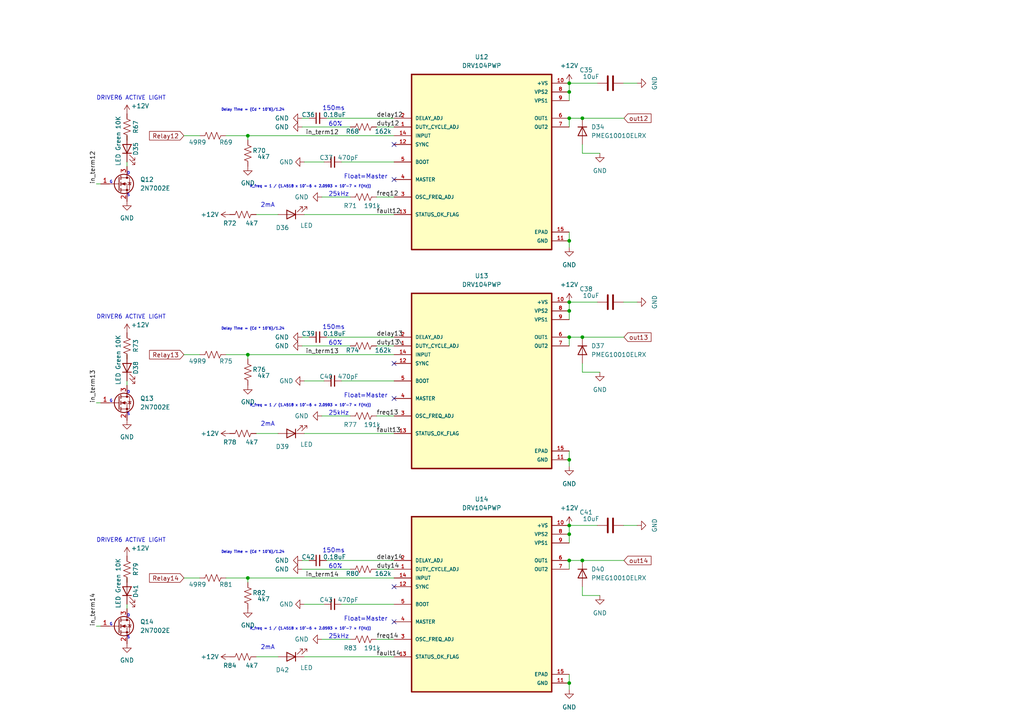
<source format=kicad_sch>
(kicad_sch (version 20231120) (generator "eeschema") (generator_version "8.0")
  (paper "A4")
  (title_block (title "16 Channel PWM Solenoid Driver - USB") (date "2024-06-12") (rev "3"))
  (lib_symbols
    (symbol "DRV104PWP:DRV104PWP" (pin_names (offset 1.016))
      (property "Reference" "U" (at -20.32 26.4 0))
      (property "Value" "DRV104PWP" (at -20.32 -29.4 0))
      (symbol "DRV104PWP_0_0"
        (rectangle (start -20.32 -25.4) (end 20.32 25.4) (stroke (width 0.41)) (fill (type background)))
        (pin input line (at -25.4 10.16 0) (length 5.08) (name "DUTY_CYCLE_ADJ") (number "1"))
        (pin power_in line (at 25.4 22.86 180) (length 5.08) (name "+VS") (number "10"))
        (pin power_in line (at 25.4 -22.86 180) (length 5.08) (name "GND") (number "11"))
        (pin input line (at -25.4 5.08 0) (length 5.08) (name "SYNC") (number "12"))
        (pin bidirectional line (at -25.4 -15.24 0) (length 5.08) (name "STATUS_OK_FLAG") (number "13"))
        (pin input line (at -25.4 7.62 0) (length 5.08) (name "INPUT") (number "14"))
        (pin power_in line (at 25.4 -20.32 180) (length 5.08) (name "EPAD") (number "15"))
        (pin input line (at -25.4 12.7 0) (length 5.08) (name "DELAY_ADJ") (number "2"))
        (pin bidirectional line (at -25.4 -10.16 0) (length 5.08) (name "OSC_FREQ_ADJ") (number "3"))
        (pin bidirectional line (at -25.4 -5.08 0) (length 5.08) (name "MASTER") (number "4"))
        (pin bidirectional line (at -25.4 0 0) (length 5.08) (name "BOOT") (number "5"))
        (pin output line (at 25.4 12.7 180) (length 5.08) (name "OUT1") (number "6"))
        (pin output line (at 25.4 10.16 180) (length 5.08) (name "OUT2") (number "7"))
        (pin power_in line (at 25.4 20.32 180) (length 5.08) (name "VPS2") (number "8"))
        (pin power_in line (at 25.4 17.78 180) (length 5.08) (name "VPS1") (number "9"))
      )
    )
    (symbol "Device:C" (pin_numbers hide) (pin_names (offset 0.254))
      (property "Reference" "C" (at 0.635 2.54 0))
      (property "Value" "C" (at 0.635 -2.54 0))
      (symbol "C_0_1"
        (polyline (pts (xy -2.032 -0.762) (xy 2.032 -0.762)) (stroke (width 0.508)))
        (polyline (pts (xy -2.032 0.762) (xy 2.032 0.762)) (stroke (width 0.508)))
      )
      (symbol "C_1_1"
        (pin passive line (at 0 3.81 270) (length 2.794) (name "~") (number "1"))
        (pin passive line (at 0 -3.81 90) (length 2.794) (name "~") (number "2"))
      )
    )
    (symbol "Device:C_Small" (pin_numbers hide) (pin_names (offset 0.254) hide)
      (property "Reference" "C" (at 0.254 1.778 0))
      (property "Value" "C_Small" (at 0.254 -2.032 0))
      (symbol "C_Small_0_1"
        (polyline (pts (xy -1.524 -0.508) (xy 1.524 -0.508)) (stroke (width 0.3302)))
        (polyline (pts (xy -1.524 0.508) (xy 1.524 0.508)) (stroke (width 0.3048)))
      )
      (symbol "C_Small_1_1"
        (pin passive line (at 0 2.54 270) (length 2.032) (name "~") (number "1"))
        (pin passive line (at 0 -2.54 90) (length 2.032) (name "~") (number "2"))
      )
    )
    (symbol "Device:D" (pin_numbers hide) (pin_names (offset 1.016) hide)
      (property "Reference" "D" (at 0 2.54 0))
      (property "Value" "D" (at 0 -2.54 0))
      (symbol "D_0_1"
        (polyline (pts (xy -1.27 1.27) (xy -1.27 -1.27)) (stroke (width 0.254)))
        (polyline (pts (xy 1.27 0) (xy -1.27 0)))
        (polyline (pts (xy 1.27 1.27) (xy 1.27 -1.27) (xy -1.27 0) (xy 1.27 1.27)) (stroke (width 0.254)))
      )
      (symbol "D_1_1"
        (pin passive line (at -3.81 0 0) (length 2.54) (name "K") (number "1"))
        (pin passive line (at 3.81 0 180) (length 2.54) (name "A") (number "2"))
      )
    )
    (symbol "Device:LED" (pin_numbers hide) (pin_names (offset 1.016) hide)
      (property "Reference" "D" (at 0 2.54 0))
      (property "Value" "LED" (at 0 -2.54 0))
      (symbol "LED_0_1"
        (polyline (pts (xy -1.27 -1.27) (xy -1.27 1.27)) (stroke (width 0.254)))
        (polyline (pts (xy -1.27 0) (xy 1.27 0)))
        (polyline (pts (xy 1.27 -1.27) (xy 1.27 1.27) (xy -1.27 0) (xy 1.27 -1.27)) (stroke (width 0.254)))
        (polyline (pts (xy -3.048 -0.762) (xy -4.572 -2.286) (xy -3.81 -2.286) (xy -4.572 -2.286) (xy -4.572 -1.524)))
        (polyline (pts (xy -1.778 -0.762) (xy -3.302 -2.286) (xy -2.54 -2.286) (xy -3.302 -2.286) (xy -3.302 -1.524)))
      )
      (symbol "LED_1_1"
        (pin passive line (at -3.81 0 0) (length 2.54) (name "K") (number "1"))
        (pin passive line (at 3.81 0 180) (length 2.54) (name "A") (number "2"))
      )
    )
    (symbol "Device:R_US" (pin_numbers hide) (pin_names (offset 0))
      (property "Reference" "R" (at 2.54 0 90))
      (property "Value" "R_US" (at -2.54 0 90))
      (symbol "R_US_0_1"
        (polyline (pts (xy 0 -2.286) (xy 0 -2.54)))
        (polyline (pts (xy 0 2.286) (xy 0 2.54)))
        (polyline (pts (xy 0 -0.762) (xy 1.016 -1.143) (xy 0 -1.524) (xy -1.016 -1.905) (xy 0 -2.286)))
        (polyline (pts (xy 0 0.762) (xy 1.016 0.381) (xy 0 0) (xy -1.016 -0.381) (xy 0 -0.762)))
        (polyline (pts (xy 0 2.286) (xy 1.016 1.905) (xy 0 1.524) (xy -1.016 1.143) (xy 0 0.762)))
      )
      (symbol "R_US_1_1"
        (pin passive line (at 0 3.81 270) (length 1.27) (name "~") (number "1"))
        (pin passive line (at 0 -3.81 90) (length 1.27) (name "~") (number "2"))
      )
    )
    (symbol "Transistor_FET:2N7002E" (pin_names hide)
      (property "Reference" "Q" (at 5.08 1.905 0))
      (property "Value" "2N7002E" (at 5.08 0 0))
      (symbol "2N7002E_0_1"
        (polyline (pts (xy 0.254 0) (xy -2.54 0)))
        (polyline (pts (xy 0.254 1.905) (xy 0.254 -1.905)) (stroke (width 0.254)))
        (polyline (pts (xy 0.762 -1.27) (xy 0.762 -2.286)) (stroke (width 0.254)))
        (polyline (pts (xy 0.762 0.508) (xy 0.762 -0.508)) (stroke (width 0.254)))
        (polyline (pts (xy 0.762 2.286) (xy 0.762 1.27)) (stroke (width 0.254)))
        (polyline (pts (xy 2.54 2.54) (xy 2.54 1.778)))
        (polyline (pts (xy 2.54 -2.54) (xy 2.54 0) (xy 0.762 0)))
        (polyline (pts (xy 0.762 -1.778) (xy 3.302 -1.778) (xy 3.302 1.778) (xy 0.762 1.778)))
        (polyline (pts (xy 1.016 0) (xy 2.032 0.381) (xy 2.032 -0.381) (xy 1.016 0)) (fill (type outline)))
        (polyline (pts (xy 2.794 0.508) (xy 2.921 0.381) (xy 3.683 0.381) (xy 3.81 0.254)))
        (polyline (pts (xy 3.302 0.381) (xy 2.921 -0.254) (xy 3.683 -0.254) (xy 3.302 0.381)))
        (circle (center 1.651 0) (radius 2.794) (stroke (width 0.254)))
        (circle (center 2.54 -1.778) (radius 0.254) (fill (type outline)))
        (circle (center 2.54 1.778) (radius 0.254) (fill (type outline)))
      )
      (symbol "2N7002E_1_1"
        (pin input line (at -5.08 0 0) (length 2.54) (name "G") (number "1"))
        (pin passive line (at 2.54 -5.08 90) (length 2.54) (name "S") (number "2"))
        (pin passive line (at 2.54 5.08 270) (length 2.54) (name "D") (number "3"))
      )
    )
    (symbol "power:+12V" (power) (pin_names (offset 0))
      (property "Value" "+12V" (at 0 3.556 0))
      (symbol "+12V_0_1"
        (polyline (pts (xy -0.762 1.27) (xy 0 2.54)))
        (polyline (pts (xy 0 0) (xy 0 2.54)))
        (polyline (pts (xy 0 2.54) (xy 0.762 1.27)))
      )
      (symbol "+12V_1_1"
        (pin power_in line (at 0 0 90) (length 0) hide (name "+12V") (number "1"))
      )
    )
    (symbol "power:GND" (power) (pin_names (offset 0))
      (property "Value" "GND" (at 0 -3.81 0))
      (symbol "GND_0_1"
        (polyline (pts (xy 0 0) (xy 0 -1.27) (xy 1.27 -1.27) (xy 0 -2.54) (xy -1.27 -1.27) (xy 0 -1.27)))
      )
      (symbol "GND_1_1"
        (pin power_in line (at 0 0 270) (length 0) hide (name "GND") (number "1"))
      )
    )
  )
  (junction (at 165.1 154.94))
  (junction (at 71.882 102.87))
  (junction (at 168.91 97.79))
  (junction (at 165.1 198.12))
  (junction (at 165.1 24.13))
  (junction (at 168.91 162.56))
  (junction (at 165.1 26.67))
  (junction (at 165.1 34.29))
  (junction (at 165.1 133.35))
  (junction (at 71.882 39.37))
  (junction (at 165.1 152.4))
  (junction (at 71.882 167.64))
  (junction (at 165.1 87.63))
  (junction (at 165.1 97.79))
  (junction (at 165.1 90.17))
  (junction (at 165.1 69.85))
  (junction (at 165.1 162.56))
  (junction (at 168.91 34.29))
  (no_connect (at 114.3 180.34))
  (no_connect (at 114.3 41.91))
  (no_connect (at 114.3 115.57))
  (no_connect (at 114.3 170.18))
  (no_connect (at 114.3 52.07))
  (no_connect (at 114.3 105.41))
  (wire (pts (xy 71.882 102.87) (xy 114.3 102.87)))
  (wire (pts (xy 71.882 102.87) (xy 71.882 104.14)))
  (wire (pts (xy 165.1 97.79) (xy 168.91 97.79)))
  (wire (pts (xy 65.532 167.64) (xy 71.882 167.64)))
  (wire (pts (xy 99.06 110.49) (xy 114.3 110.49)))
  (wire (pts (xy 173.99 107.95) (xy 168.91 107.95)))
  (wire (pts (xy 109.22 100.33) (xy 114.3 100.33)))
  (wire (pts (xy 74.295 62.23) (xy 80.645 62.23)))
  (wire (pts (xy 27.94 181.61) (xy 29.21 181.61)))
  (wire (pts (xy 180.848 152.4) (xy 184.785 152.4)))
  (wire (pts (xy 87.63 100.33) (xy 101.6 100.33)))
  (wire (pts (xy 89.662 162.56) (xy 87.63 162.56)))
  (wire (pts (xy 71.882 167.64) (xy 114.3 167.64)))
  (wire (pts (xy 165.1 162.56) (xy 165.1 165.1)))
  (wire (pts (xy 165.1 152.4) (xy 165.1 154.94)))
  (wire (pts (xy 87.63 36.83) (xy 101.6 36.83)))
  (wire (pts (xy 173.228 152.4) (xy 165.1 152.4)))
  (wire (pts (xy 109.22 165.1) (xy 114.3 165.1)))
  (wire (pts (xy 88.265 125.73) (xy 114.3 125.73)))
  (wire (pts (xy 165.1 24.13) (xy 165.1 26.67)))
  (wire (pts (xy 88.265 190.5) (xy 114.3 190.5)))
  (wire (pts (xy 71.882 167.64) (xy 71.882 168.91)))
  (wire (pts (xy 109.22 120.65) (xy 114.3 120.65)))
  (wire (pts (xy 36.83 46.99) (xy 36.83 48.26)))
  (wire (pts (xy 94.742 34.29) (xy 114.3 34.29)))
  (wire (pts (xy 93.98 46.99) (xy 88.265 46.99)))
  (wire (pts (xy 165.1 154.94) (xy 165.1 157.48)))
  (wire (pts (xy 93.345 185.42) (xy 101.6 185.42)))
  (wire (pts (xy 109.22 185.42) (xy 114.3 185.42)))
  (wire (pts (xy 168.91 34.29) (xy 180.975 34.29)))
  (wire (pts (xy 168.91 107.95) (xy 168.91 105.41)))
  (wire (pts (xy 74.295 125.73) (xy 80.645 125.73)))
  (wire (pts (xy 168.91 172.72) (xy 168.91 170.18)))
  (wire (pts (xy 165.1 162.56) (xy 168.91 162.56)))
  (wire (pts (xy 87.63 165.1) (xy 101.6 165.1)))
  (wire (pts (xy 165.1 34.29) (xy 165.1 36.83)))
  (wire (pts (xy 74.295 190.5) (xy 80.645 190.5)))
  (wire (pts (xy 165.1 133.35) (xy 165.1 135.255)))
  (wire (pts (xy 36.83 40.64) (xy 36.83 39.37)))
  (wire (pts (xy 165.1 90.17) (xy 165.1 92.71)))
  (wire (pts (xy 93.98 110.49) (xy 88.265 110.49)))
  (wire (pts (xy 165.1 69.85) (xy 165.1 71.755)))
  (wire (pts (xy 109.22 36.83) (xy 114.3 36.83)))
  (wire (pts (xy 165.1 67.31) (xy 165.1 69.85)))
  (wire (pts (xy 36.83 168.91) (xy 36.83 167.64)))
  (wire (pts (xy 168.91 97.79) (xy 180.975 97.79)))
  (wire (pts (xy 27.94 116.84) (xy 29.21 116.84)))
  (wire (pts (xy 165.1 97.79) (xy 165.1 100.33)))
  (wire (pts (xy 89.662 97.79) (xy 87.63 97.79)))
  (wire (pts (xy 165.1 195.58) (xy 165.1 198.12)))
  (wire (pts (xy 99.06 46.99) (xy 114.3 46.99)))
  (wire (pts (xy 94.742 97.79) (xy 114.3 97.79)))
  (wire (pts (xy 71.882 39.37) (xy 114.3 39.37)))
  (wire (pts (xy 71.882 39.37) (xy 71.882 40.64)))
  (wire (pts (xy 65.532 102.87) (xy 71.882 102.87)))
  (wire (pts (xy 168.91 162.56) (xy 180.975 162.56)))
  (wire (pts (xy 36.83 104.14) (xy 36.83 102.87)))
  (wire (pts (xy 65.532 39.37) (xy 71.882 39.37)))
  (wire (pts (xy 165.1 34.29) (xy 168.91 34.29)))
  (wire (pts (xy 36.83 175.26) (xy 36.83 176.53)))
  (wire (pts (xy 93.345 120.65) (xy 101.6 120.65)))
  (wire (pts (xy 89.662 34.29) (xy 87.63 34.29)))
  (wire (pts (xy 53.34 102.87) (xy 57.912 102.87)))
  (wire (pts (xy 173.228 87.63) (xy 165.1 87.63)))
  (wire (pts (xy 53.34 39.37) (xy 57.912 39.37)))
  (wire (pts (xy 168.91 44.45) (xy 168.91 41.91)))
  (wire (pts (xy 180.848 24.13) (xy 184.785 24.13)))
  (wire (pts (xy 109.22 57.15) (xy 114.3 57.15)))
  (wire (pts (xy 99.06 175.26) (xy 114.3 175.26)))
  (wire (pts (xy 36.83 110.49) (xy 36.83 111.76)))
  (wire (pts (xy 165.1 26.67) (xy 165.1 29.21)))
  (wire (pts (xy 173.99 172.72) (xy 168.91 172.72)))
  (wire (pts (xy 93.345 57.15) (xy 101.6 57.15)))
  (wire (pts (xy 173.228 24.13) (xy 165.1 24.13)))
  (wire (pts (xy 180.848 87.63) (xy 184.785 87.63)))
  (wire (pts (xy 88.265 62.23) (xy 114.3 62.23)))
  (wire (pts (xy 165.1 130.81) (xy 165.1 133.35)))
  (wire (pts (xy 165.1 87.63) (xy 165.1 90.17)))
  (wire (pts (xy 165.1 198.12) (xy 165.1 200.025)))
  (wire (pts (xy 53.34 167.64) (xy 57.912 167.64)))
  (wire (pts (xy 93.98 175.26) (xy 88.265 175.26)))
  (wire (pts (xy 27.94 53.34) (xy 29.21 53.34)))
  (wire (pts (xy 173.99 44.45) (xy 168.91 44.45)))
  (wire (pts (xy 94.742 162.56) (xy 114.3 162.56)))
  (text "G" (at 31.75 53.34 0) (effects (font (size 0.75 0.75)) (justify left bottom)))
  (text "150ms" (at 93.472 160.528 0) (effects (font (size 1.27 1.27)) (justify left bottom)))
  (text "Delay Time = (Cd * 10^6)/1.24" (at 64.135 95.885 0) (effects (font (size 0.75 0.75)) (justify left bottom)))
  (text "25kHz" (at 95.25 185.42 0) (effects (font (size 1.27 1.27)) (justify left bottom)))
  (text "D" (at 36.83 114.3 0) (effects (font (size 0.75 0.75)) (justify left bottom)))
  (text "60%" (at 95.25 100.33 0) (effects (font (size 1.27 1.27)) (justify left bottom)))
  (text "150ms" (at 93.472 32.258 0) (effects (font (size 1.27 1.27)) (justify left bottom)))
  (text "25kHz" (at 95.25 57.15 0) (effects (font (size 1.27 1.27)) (justify left bottom)))
  (text "G" (at 31.75 181.61 0) (effects (font (size 0.75 0.75)) (justify left bottom)))
  (text "D" (at 36.83 50.8 0) (effects (font (size 0.75 0.75)) (justify left bottom)))
  (text "S" (at 36.83 120.65 0) (effects (font (size 0.75 0.75)) (justify left bottom)))
  (text "150ms" (at 93.472 95.758 0) (effects (font (size 1.27 1.27)) (justify left bottom)))
  (text "60%" (at 95.25 165.1 0) (effects (font (size 1.27 1.27)) (justify left bottom)))
  (text "Float=Master" (at 99.695 180.34 0) (effects (font (size 1.27 1.27)) (justify left bottom)))
  (text "DRIVER6 ACTIVE LIGHT" (at 27.94 92.71 0) (effects (font (size 1.2 1.2)) (justify left bottom)))
  (text "60%" (at 95.25 36.83 0) (effects (font (size 1.27 1.27)) (justify left bottom)))
  (text "2mA" (at 75.565 60.325 0) (effects (font (size 1.27 1.27)) (justify left bottom)))
  (text "Float=Master" (at 99.695 52.07 0) (effects (font (size 1.27 1.27)) (justify left bottom)))
  (text "Delay Time = (Cd * 10^6)/1.24" (at 64.135 32.385 0) (effects (font (size 0.75 0.75)) (justify left bottom)))
  (text "DRIVER6 ACTIVE LIGHT" (at 27.94 157.48 0) (effects (font (size 1.2 1.2)) (justify left bottom)))
  (text "D" (at 36.83 179.07 0) (effects (font (size 0.75 0.75)) (justify left bottom)))
  (text "2mA" (at 75.565 188.595 0) (effects (font (size 1.27 1.27)) (justify left bottom)))
  (text "Float=Master" (at 99.695 115.57 0) (effects (font (size 1.27 1.27)) (justify left bottom)))
  (text "S" (at 36.83 185.42 0) (effects (font (size 0.75 0.75)) (justify left bottom)))
  (text "G" (at 31.75 116.84 0) (effects (font (size 0.75 0.75)) (justify left bottom)))
  (text "25kHz" (at 95.25 120.65 0) (effects (font (size 1.27 1.27)) (justify left bottom)))
  (text "DRIVER6 ACTIVE LIGHT" (at 27.94 29.21 0) (effects (font (size 1.2 1.2)) (justify left bottom)))
  (text "R_freq = 1 / (1.4518 x 10^−6 + 2.0593 × 10^−7 × F(Hz))" (at 72.39 118.11 0) (effects (font (size 0.75 0.75)) (justify left bottom)))
  (text "S" (at 36.83 57.15 0) (effects (font (size 0.75 0.75)) (justify left bottom)))
  (text "R_freq = 1 / (1.4518 x 10^−6 + 2.0593 × 10^−7 × F(Hz))" (at 72.39 182.88 0) (effects (font (size 0.75 0.75)) (justify left bottom)))
  (text "2mA" (at 75.565 123.825 0) (effects (font (size 1.27 1.27)) (justify left bottom)))
  (text "R_freq = 1 / (1.4518 x 10^−6 + 2.0593 × 10^−7 × F(Hz))" (at 72.39 54.61 0) (effects (font (size 0.75 0.75)) (justify left bottom)))
  (text "Delay Time = (Cd * 10^6)/1.24" (at 64.135 160.655 0) (effects (font (size 0.75 0.75)) (justify left bottom)))
  (label "fault12" (at 109.22 62.23 0))
  (label "duty12" (at 109.22 36.83 0))
  (label "in_term13" (at 88.646 102.87 0))
  (label "delay13" (at 109.22 97.79 0))
  (label "fault14" (at 109.22 190.5 0))
  (label "delay12" (at 109.22 34.29 0))
  (label "delay14" (at 109.22 162.56 0))
  (label "freq12" (at 109.22 57.15 0))
  (label "in_term14" (at 88.646 167.64 0))
  (label "duty13\\" (at 109.22 100.33 0))
  (label "in_term12" (at 88.646 39.37 0))
  (label "in_term13" (at 27.94 116.84 90))
  (label "in_term12" (at 27.94 53.34 90))
  (label "fault13" (at 109.22 125.73 0))
  (label "in_term14" (at 27.94 181.61 90))
  (label "duty14" (at 109.22 165.1 0))
  (label "freq13" (at 109.22 120.65 0))
  (label "freq14" (at 109.22 185.42 0))
  (global_label "Relay12" (shape input) (at 53.34 39.37 180) (property "Intersheetrefs" "${INTERSHEET_REFS}" (effects (hide yes))))
  (global_label "out13" (shape input) (at 180.975 97.79 0) (property "Intersheetrefs" "${INTERSHEET_REFS}" (effects (hide yes))))
  (global_label "Relay14" (shape input) (at 53.34 167.64 180) (property "Intersheetrefs" "${INTERSHEET_REFS}" (effects (hide yes))))
  (global_label "out12" (shape input) (at 180.975 34.29 0) (property "Intersheetrefs" "${INTERSHEET_REFS}" (effects (hide yes))))
  (global_label "Relay13" (shape input) (at 53.34 102.87 180) (property "Intersheetrefs" "${INTERSHEET_REFS}" (effects (hide yes))))
  (global_label "out14" (shape input) (at 180.975 162.56 0) (property "Intersheetrefs" "${INTERSHEET_REFS}" (effects (hide yes))))
  (symbol (lib_id "Device:D") (at 168.91 166.37 270) (unit 1)
    (property "Reference" "D40" (at 171.45 165.1 90) (effects (justify left)))
    (property "Value" "PMEG10010ELRX" (at 171.45 167.64 90) (effects (justify left)))
    (property "Footprint" "Diode_SMD:Nexperia_CFP3_SOD-123W" (effects (hide yes)))
    (property "Sim.Device" "D" (effects (hide yes)))
    (property "Sim.Pins" "1=K 2=A" (effects (hide yes)))
    (property "PartNum" "PMEG10010ELRX" (effects (hide yes)))
    (property "Mfg" "Nexperia" (effects (hide yes)))
  )
  (symbol (lib_id "power:GND") (at 87.63 162.56 270) (unit 1)
    (property "Reference" "#PWR0163" (effects (hide yes)))
    (property "Value" "GND" (at 83.82 162.56 90) (effects (justify right)))
  )
  (symbol (lib_id "Device:R_US") (at 105.41 120.65 90) (unit 1)
    (property "Reference" "R77" (at 101.6 123.19 90))
    (property "Value" "191k" (at 107.95 123.19 90))
    (property "Footprint" "Resistor_SMD:R_1206_3216Metric" (effects (hide yes)))
    (property "PartNum" "RC0805FR-07191KL" (effects (hide yes)))
    (property "Mfg" "Yageo" (effects (hide yes)))
  )
  (symbol (lib_id "power:GND") (at 87.63 97.79 270) (unit 1)
    (property "Reference" "#PWR0151" (effects (hide yes)))
    (property "Value" "GND" (at 83.82 97.79 90) (effects (justify right)))
  )
  (symbol (lib_id "Device:C") (at 177.038 87.63 90) (unit 1)
    (property "Reference" "C38" (at 171.958 83.82 90) (effects (justify left)))
    (property "Value" "10uF" (at 173.863 85.725 90) (effects (justify left)))
    (property "Footprint" "Capacitor_SMD:C_1210_3225Metric" (effects (hide yes)))
    (property "PartNum" "CL32A106KLULNNE" (effects (hide yes)))
    (property "Mfg" "Samsung Electro-Mechanics" (effects (hide yes)))
  )
  (symbol (lib_id "Device:R_US") (at 70.485 125.73 90) (unit 1)
    (property "Reference" "R78" (at 66.675 128.27 90))
    (property "Value" "4k7" (at 73.025 128.27 90))
    (property "Footprint" "Resistor_SMD:R_1206_3216Metric" (effects (hide yes)))
    (property "PartNum" "RC0805JR-074K7L" (effects (hide yes)))
    (property "Mfg" "Yageo" (effects (hide yes)))
  )
  (symbol (lib_id "power:GND") (at 87.63 36.83 270) (unit 1)
    (property "Reference" "#PWR0140" (effects (hide yes)))
    (property "Value" "GND" (at 83.82 36.83 90) (effects (justify right)))
  )
  (symbol (lib_id "power:GND") (at 71.882 111.76 0) (unit 1)
    (property "Reference" "#PWR0155" (effects (hide yes)))
    (property "Value" "GND" (at 71.882 116.586 0))
  )
  (symbol (lib_id "Device:R_US") (at 71.882 107.95 180) (unit 1)
    (property "Reference" "R76" (at 75.184 107.188 0))
    (property "Value" "4k7" (at 76.454 108.966 0))
    (property "Footprint" "Resistor_SMD:R_1206_3216Metric" (effects (hide yes)))
    (property "PartNum" "RC0805JR-074K7L" (effects (hide yes)))
    (property "Mfg" "Yageo" (effects (hide yes)))
  )
  (symbol (lib_id "power:GND") (at 36.83 121.92 0) (unit 1)
    (property "Reference" "#PWR0157" (effects (hide yes)))
    (property "Value" "GND" (at 36.83 126.746 0))
  )
  (symbol (lib_id "Transistor_FET:2N7002E") (at 34.29 181.61 0) (unit 1)
    (property "Reference" "Q14" (at 40.64 180.3399 0) (effects (justify left)))
    (property "Value" "2N7002E" (at 40.64 182.8799 0) (effects (justify left)))
    (property "Footprint" "Package_TO_SOT_SMD:SOT-23" (effects (hide yes)))
    (property "Datasheet" "http://www.diodes.com/assets/Datasheets/ds30376.pdf" (effects (hide yes)))
  )
  (symbol (lib_id "power:GND") (at 165.1 200.025 0) (unit 1)
    (property "Reference" "#PWR0171" (effects (hide yes)))
    (property "Value" "GND" (at 165.1 205.105 0))
  )
  (symbol (lib_id "power:+12V") (at 165.1 87.63 0) (unit 1)
    (property "Reference" "#PWR0148" (effects (hide yes)))
    (property "Value" "+12V" (at 165.1 82.55 0))
  )
  (symbol (lib_id "Device:R_US") (at 71.882 172.72 180) (unit 1)
    (property "Reference" "R82" (at 75.184 171.958 0))
    (property "Value" "4k7" (at 76.454 173.736 0))
    (property "Footprint" "Resistor_SMD:R_1206_3216Metric" (effects (hide yes)))
    (property "PartNum" "RC0805JR-074K7L" (effects (hide yes)))
    (property "Mfg" "Yageo" (effects (hide yes)))
  )
  (symbol (lib_id "Device:R_US") (at 105.41 36.83 90) (unit 1)
    (property "Reference" "R68" (at 102.235 38.1 90))
    (property "Value" "162k" (at 111.125 38.1 90))
    (property "Footprint" "Resistor_SMD:R_1206_3216Metric" (effects (hide yes)))
    (property "PartNum" "RC0805FR-07162KL" (effects (hide yes)))
    (property "Mfg" "Yageo" (effects (hide yes)))
  )
  (symbol (lib_id "Transistor_FET:2N7002E") (at 34.29 53.34 0) (unit 1)
    (property "Reference" "Q12" (at 40.64 52.0699 0) (effects (justify left)))
    (property "Value" "2N7002E" (at 40.64 54.6099 0) (effects (justify left)))
    (property "Footprint" "Package_TO_SOT_SMD:SOT-23" (effects (hide yes)))
    (property "Datasheet" "http://www.diodes.com/assets/Datasheets/ds30376.pdf" (effects (hide yes)))
  )
  (symbol (lib_id "Device:C_Small") (at 92.202 97.79 90) (unit 1)
    (property "Reference" "C39" (at 89.408 96.774 90))
    (property "Value" "0.18uF" (at 97.028 96.774 90))
    (property "Footprint" "Capacitor_SMD:C_1206_3216Metric" (effects (hide yes)))
    (property "PartNum" "08053C184KAT2A" (effects (hide yes)))
    (property "Mfg" "KYOCERA AVX" (effects (hide yes)))
  )
  (symbol (lib_id "Device:LED") (at 36.83 43.18 90) (unit 1)
    (property "Reference" "D35" (at 39.37 43.18 0))
    (property "Value" "LED Green" (at 34.29 43.18 0))
    (property "Footprint" "LED_SMD:LED_0805_2012Metric" (effects (hide yes)))
    (property "PartNum" "150080RS75000" (effects (hide yes)))
    (property "Mfg" "Wurth" (effects (hide yes)))
  )
  (symbol (lib_id "power:GND") (at 93.345 57.15 270) (unit 1)
    (property "Reference" "#PWR0144" (effects (hide yes)))
    (property "Value" "GND" (at 89.535 57.15 90) (effects (justify right)))
  )
  (symbol (lib_id "Device:LED") (at 36.83 106.68 90) (unit 1)
    (property "Reference" "D38" (at 39.37 106.68 0))
    (property "Value" "LED Green" (at 34.29 106.68 0))
    (property "Footprint" "LED_SMD:LED_0805_2012Metric" (effects (hide yes)))
    (property "PartNum" "150080RS75000" (effects (hide yes)))
    (property "Mfg" "Wurth" (effects (hide yes)))
  )
  (symbol (lib_id "power:+12V") (at 165.1 152.4 0) (unit 1)
    (property "Reference" "#PWR0160" (effects (hide yes)))
    (property "Value" "+12V" (at 165.1 147.32 0))
  )
  (symbol (lib_id "Device:R_US") (at 70.485 190.5 90) (unit 1)
    (property "Reference" "R84" (at 66.675 193.04 90))
    (property "Value" "4k7" (at 73.025 193.04 90))
    (property "Footprint" "Resistor_SMD:R_1206_3216Metric" (effects (hide yes)))
    (property "PartNum" "RC0805JR-074K7L" (effects (hide yes)))
    (property "Mfg" "Yageo" (effects (hide yes)))
  )
  (symbol (lib_id "Device:R_US") (at 61.722 102.87 90) (unit 1)
    (property "Reference" "R75" (at 65.532 104.775 90))
    (property "Value" "49R9" (at 57.277 104.775 90))
    (property "Footprint" "Resistor_SMD:R_1206_3216Metric" (effects (hide yes)))
    (property "PartNum" "RC0805FR-0749R9L" (effects (hide yes)))
    (property "Mfg" "Yageo" (effects (hide yes)))
  )
  (symbol (lib_id "Device:R_US") (at 61.722 39.37 90) (unit 1)
    (property "Reference" "R69" (at 65.532 41.275 90))
    (property "Value" "49R9" (at 57.277 41.275 90))
    (property "Footprint" "Resistor_SMD:R_1206_3216Metric" (effects (hide yes)))
    (property "PartNum" "RC0805FR-0749R9L" (effects (hide yes)))
    (property "Mfg" "Yageo" (effects (hide yes)))
  )
  (symbol (lib_id "Transistor_FET:2N7002E") (at 34.29 116.84 0) (unit 1)
    (property "Reference" "Q13" (at 40.64 115.5699 0) (effects (justify left)))
    (property "Value" "2N7002E" (at 40.64 118.1099 0) (effects (justify left)))
    (property "Footprint" "Package_TO_SOT_SMD:SOT-23" (effects (hide yes)))
    (property "Datasheet" "http://www.diodes.com/assets/Datasheets/ds30376.pdf" (effects (hide yes)))
  )
  (symbol (lib_id "Device:LED") (at 84.455 190.5 180) (unit 1)
    (property "Reference" "D42" (at 81.915 194.31 0))
    (property "Value" "LED" (at 88.9 193.675 0))
    (property "Footprint" "LED_SMD:LED_0805_2012Metric" (effects (hide yes)))
    (property "PartNum" "150080RS75000" (effects (hide yes)))
    (property "Mfg" "Wurth" (effects (hide yes)))
  )
  (symbol (lib_id "power:GND") (at 71.882 48.26 0) (unit 1)
    (property "Reference" "#PWR0143" (effects (hide yes)))
    (property "Value" "GND" (at 71.882 53.086 0))
  )
  (symbol (lib_id "Device:R_US") (at 105.41 165.1 90) (unit 1)
    (property "Reference" "R80" (at 102.235 166.37 90))
    (property "Value" "162k" (at 111.125 166.37 90))
    (property "Footprint" "Resistor_SMD:R_1206_3216Metric" (effects (hide yes)))
    (property "PartNum" "RC0805FR-07162KL" (effects (hide yes)))
    (property "Mfg" "Yageo" (effects (hide yes)))
  )
  (symbol (lib_id "Device:R_US") (at 105.41 100.33 90) (unit 1)
    (property "Reference" "R74" (at 102.235 101.6 90))
    (property "Value" "162k" (at 111.125 101.6 90))
    (property "Footprint" "Resistor_SMD:R_1206_3216Metric" (effects (hide yes)))
    (property "PartNum" "RC0805FR-07162KL" (effects (hide yes)))
    (property "Mfg" "Yageo" (effects (hide yes)))
  )
  (symbol (lib_id "power:+12V") (at 66.675 190.5 90) (unit 1)
    (property "Reference" "#PWR0170" (effects (hide yes)))
    (property "Value" "+12V" (at 63.5 190.5 90) (effects (justify left)))
  )
  (symbol (lib_id "power:GND") (at 88.265 46.99 270) (unit 1)
    (property "Reference" "#PWR0142" (effects (hide yes)))
    (property "Value" "GND" (at 85.09 46.99 90) (effects (justify right)))
  )
  (symbol (lib_id "power:+12V") (at 36.83 33.02 0) (unit 1)
    (property "Reference" "#PWR0138" (effects (hide yes)))
    (property "Value" "+12V" (at 40.64 30.734 0))
  )
  (symbol (lib_id "Device:C_Small") (at 92.202 34.29 90) (unit 1)
    (property "Reference" "C36" (at 89.408 33.274 90))
    (property "Value" "0.18uF" (at 97.028 33.274 90))
    (property "Footprint" "Capacitor_SMD:C_1206_3216Metric" (effects (hide yes)))
    (property "PartNum" "08053C184KAT2A" (effects (hide yes)))
    (property "Mfg" "KYOCERA AVX" (effects (hide yes)))
  )
  (symbol (lib_id "power:GND") (at 36.83 186.69 0) (unit 1)
    (property "Reference" "#PWR0169" (effects (hide yes)))
    (property "Value" "GND" (at 36.83 191.516 0))
  )
  (symbol (lib_id "power:GND") (at 184.785 87.63 90) (unit 1)
    (property "Reference" "#PWR0149" (effects (hide yes)))
    (property "Value" "GND" (at 189.865 87.63 0))
  )
  (symbol (lib_id "Device:R_US") (at 105.41 57.15 90) (unit 1)
    (property "Reference" "R71" (at 101.6 59.69 90))
    (property "Value" "191k" (at 107.95 59.69 90))
    (property "Footprint" "Resistor_SMD:R_1206_3216Metric" (effects (hide yes)))
    (property "PartNum" "RC0805FR-07191KL" (effects (hide yes)))
    (property "Mfg" "Yageo" (effects (hide yes)))
  )
  (symbol (lib_id "Device:R_US") (at 61.722 167.64 90) (unit 1)
    (property "Reference" "R81" (at 65.532 169.545 90))
    (property "Value" "49R9" (at 57.277 169.545 90))
    (property "Footprint" "Resistor_SMD:R_1206_3216Metric" (effects (hide yes)))
    (property "PartNum" "RC0805FR-0749R9L" (effects (hide yes)))
    (property "Mfg" "Yageo" (effects (hide yes)))
  )
  (symbol (lib_id "Device:D") (at 168.91 38.1 270) (unit 1)
    (property "Reference" "D34" (at 171.45 36.83 90) (effects (justify left)))
    (property "Value" "PMEG10010ELRX" (at 171.45 39.37 90) (effects (justify left)))
    (property "Footprint" "Diode_SMD:Nexperia_CFP3_SOD-123W" (effects (hide yes)))
    (property "Sim.Device" "D" (effects (hide yes)))
    (property "Sim.Pins" "1=K 2=A" (effects (hide yes)))
    (property "PartNum" "PMEG10010ELRX" (effects (hide yes)))
    (property "Mfg" "Nexperia" (effects (hide yes)))
  )
  (symbol (lib_id "power:GND") (at 87.63 165.1 270) (unit 1)
    (property "Reference" "#PWR0164" (effects (hide yes)))
    (property "Value" "GND" (at 83.82 165.1 90) (effects (justify right)))
  )
  (symbol (lib_id "power:GND") (at 71.882 176.53 0) (unit 1)
    (property "Reference" "#PWR0167" (effects (hide yes)))
    (property "Value" "GND" (at 71.882 181.356 0))
  )
  (symbol (lib_id "Device:R_US") (at 105.41 185.42 90) (unit 1)
    (property "Reference" "R83" (at 101.6 187.96 90))
    (property "Value" "191k" (at 107.95 187.96 90))
    (property "Footprint" "Resistor_SMD:R_1206_3216Metric" (effects (hide yes)))
    (property "PartNum" "RC0805FR-07191KL" (effects (hide yes)))
    (property "Mfg" "Yageo" (effects (hide yes)))
  )
  (symbol (lib_id "Device:R_US") (at 70.485 62.23 90) (unit 1)
    (property "Reference" "R72" (at 66.675 64.77 90))
    (property "Value" "4k7" (at 73.025 64.77 90))
    (property "Footprint" "Resistor_SMD:R_1206_3216Metric" (effects (hide yes)))
    (property "PartNum" "RC0805JR-074K7L" (effects (hide yes)))
    (property "Mfg" "Yageo" (effects (hide yes)))
  )
  (symbol (lib_id "power:GND") (at 93.345 120.65 270) (unit 1)
    (property "Reference" "#PWR0156" (effects (hide yes)))
    (property "Value" "GND" (at 89.535 120.65 90) (effects (justify right)))
  )
  (symbol (lib_id "power:GND") (at 173.99 107.95 0) (unit 1)
    (property "Reference" "#PWR0153" (effects (hide yes)))
    (property "Value" "GND" (at 173.99 113.03 0))
  )
  (symbol (lib_id "power:GND") (at 184.785 24.13 90) (unit 1)
    (property "Reference" "#PWR0137" (effects (hide yes)))
    (property "Value" "GND" (at 189.865 24.13 0))
  )
  (symbol (lib_id "power:GND") (at 184.785 152.4 90) (unit 1)
    (property "Reference" "#PWR0161" (effects (hide yes)))
    (property "Value" "GND" (at 189.865 152.4 0))
  )
  (symbol (lib_id "Device:LED") (at 84.455 125.73 180) (unit 1)
    (property "Reference" "D39" (at 81.915 129.54 0))
    (property "Value" "LED" (at 88.9 128.905 0))
    (property "Footprint" "LED_SMD:LED_0805_2012Metric" (effects (hide yes)))
    (property "PartNum" "150080RS75000" (effects (hide yes)))
    (property "Mfg" "Wurth" (effects (hide yes)))
  )
  (symbol (lib_id "power:+12V") (at 36.83 96.52 0) (unit 1)
    (property "Reference" "#PWR0150" (effects (hide yes)))
    (property "Value" "+12V" (at 40.64 94.234 0))
  )
  (symbol (lib_id "power:GND") (at 87.63 100.33 270) (unit 1)
    (property "Reference" "#PWR0152" (effects (hide yes)))
    (property "Value" "GND" (at 83.82 100.33 90) (effects (justify right)))
  )
  (symbol (lib_id "power:GND") (at 36.83 58.42 0) (unit 1)
    (property "Reference" "#PWR0145" (effects (hide yes)))
    (property "Value" "GND" (at 36.83 63.246 0))
  )
  (symbol (lib_id "Device:C") (at 177.038 24.13 90) (unit 1)
    (property "Reference" "C35" (at 171.958 20.32 90) (effects (justify left)))
    (property "Value" "10uF" (at 173.863 22.225 90) (effects (justify left)))
    (property "Footprint" "Capacitor_SMD:C_1210_3225Metric" (effects (hide yes)))
    (property "PartNum" "CL32A106KLULNNE" (effects (hide yes)))
    (property "Mfg" "Samsung Electro-Mechanics" (effects (hide yes)))
  )
  (symbol (lib_id "Device:R_US") (at 36.83 165.1 0) (unit 1)
    (property "Reference" "R79" (at 39.37 165.1 90))
    (property "Value" "10K" (at 34.29 163.83 90))
    (property "Footprint" "Resistor_SMD:R_1206_3216Metric" (effects (hide yes)))
    (property "PartNum" "RC0805FR-07162KL" (effects (hide yes)))
    (property "Mfg" "Yageo" (effects (hide yes)))
  )
  (symbol (lib_id "power:GND") (at 88.265 110.49 270) (unit 1)
    (property "Reference" "#PWR0154" (effects (hide yes)))
    (property "Value" "GND" (at 85.09 110.49 90) (effects (justify right)))
  )
  (symbol (lib_id "Device:R_US") (at 71.882 44.45 180) (unit 1)
    (property "Reference" "R70" (at 75.184 43.688 0))
    (property "Value" "4k7" (at 76.454 45.466 0))
    (property "Footprint" "Resistor_SMD:R_1206_3216Metric" (effects (hide yes)))
    (property "PartNum" "RC0805JR-074K7L" (effects (hide yes)))
    (property "Mfg" "Yageo" (effects (hide yes)))
  )
  (symbol (lib_id "power:+12V") (at 66.675 62.23 90) (unit 1)
    (property "Reference" "#PWR0146" (effects (hide yes)))
    (property "Value" "+12V" (at 63.5 62.23 90) (effects (justify left)))
  )
  (symbol (lib_id "Device:C_Small") (at 92.202 162.56 90) (unit 1)
    (property "Reference" "C42" (at 89.408 161.544 90))
    (property "Value" "0.18uF" (at 97.028 161.544 90))
    (property "Footprint" "Capacitor_SMD:C_1206_3216Metric" (effects (hide yes)))
    (property "PartNum" "08053C184KAT2A" (effects (hide yes)))
    (property "Mfg" "KYOCERA AVX" (effects (hide yes)))
  )
  (symbol (lib_id "Device:R_US") (at 36.83 100.33 0) (unit 1)
    (property "Reference" "R73" (at 39.37 100.33 90))
    (property "Value" "10K" (at 34.29 99.06 90))
    (property "Footprint" "Resistor_SMD:R_1206_3216Metric" (effects (hide yes)))
    (property "PartNum" "RC0805FR-07162KL" (effects (hide yes)))
    (property "Mfg" "Yageo" (effects (hide yes)))
  )
  (symbol (lib_id "power:GND") (at 93.345 185.42 270) (unit 1)
    (property "Reference" "#PWR0168" (effects (hide yes)))
    (property "Value" "GND" (at 89.535 185.42 90) (effects (justify right)))
  )
  (symbol (lib_id "power:GND") (at 87.63 34.29 270) (unit 1)
    (property "Reference" "#PWR0139" (effects (hide yes)))
    (property "Value" "GND" (at 83.82 34.29 90) (effects (justify right)))
  )
  (symbol (lib_id "power:GND") (at 165.1 135.255 0) (unit 1)
    (property "Reference" "#PWR0159" (effects (hide yes)))
    (property "Value" "GND" (at 165.1 140.335 0))
  )
  (symbol (lib_id "DRV104PWP:DRV104PWP") (at 139.7 46.99 0) (unit 1)
    (property "Reference" "U12" (at 139.7 16.51 0))
    (property "Value" "DRV104PWP" (at 139.7 19.05 0))
    (property "Footprint" "Solenoid_Driver:IC_TPS27S100BPWPR" (effects (hide yes)))
    (property "PartNum" "DRV104PWP" (effects (hide yes)))
    (property "Mfg" "TI" (effects (hide yes)))
  )
  (symbol (lib_id "DRV104PWP:DRV104PWP") (at 139.7 110.49 0) (unit 1)
    (property "Reference" "U13" (at 139.7 80.01 0))
    (property "Value" "DRV104PWP" (at 139.7 82.55 0))
    (property "Footprint" "Solenoid_Driver:IC_TPS27S100BPWPR" (effects (hide yes)))
    (property "PartNum" "DRV104PWP" (effects (hide yes)))
    (property "Mfg" "TI" (effects (hide yes)))
  )
  (symbol (lib_id "Device:LED") (at 36.83 171.45 90) (unit 1)
    (property "Reference" "D41" (at 39.37 171.45 0))
    (property "Value" "LED Green" (at 34.29 171.45 0))
    (property "Footprint" "LED_SMD:LED_0805_2012Metric" (effects (hide yes)))
    (property "PartNum" "150080RS75000" (effects (hide yes)))
    (property "Mfg" "Wurth" (effects (hide yes)))
  )
  (symbol (lib_id "Device:R_US") (at 36.83 36.83 0) (unit 1)
    (property "Reference" "R67" (at 39.37 36.83 90))
    (property "Value" "10K" (at 34.29 35.56 90))
    (property "Footprint" "Resistor_SMD:R_1206_3216Metric" (effects (hide yes)))
    (property "PartNum" "RC0805FR-07162KL" (effects (hide yes)))
    (property "Mfg" "Yageo" (effects (hide yes)))
  )
  (symbol (lib_id "power:GND") (at 165.1 71.755 0) (unit 1)
    (property "Reference" "#PWR0147" (effects (hide yes)))
    (property "Value" "GND" (at 165.1 76.835 0))
  )
  (symbol (lib_id "power:+12V") (at 36.83 161.29 0) (unit 1)
    (property "Reference" "#PWR0162" (effects (hide yes)))
    (property "Value" "+12V" (at 40.64 159.004 0))
  )
  (symbol (lib_id "Device:C_Small") (at 96.52 110.49 90) (unit 1)
    (property "Reference" "C40" (at 94.615 109.22 90))
    (property "Value" "470pF" (at 100.965 109.22 90))
    (property "Footprint" "Capacitor_SMD:C_1206_3216Metric" (effects (hide yes)))
    (property "PartNum" "C0805C471K5RAC7800" (effects (hide yes)))
    (property "Mfg" "Kemet" (effects (hide yes)))
  )
  (symbol (lib_id "Device:D") (at 168.91 101.6 270) (unit 1)
    (property "Reference" "D37" (at 171.45 100.33 90) (effects (justify left)))
    (property "Value" "PMEG10010ELRX" (at 171.45 102.87 90) (effects (justify left)))
    (property "Footprint" "Diode_SMD:Nexperia_CFP3_SOD-123W" (effects (hide yes)))
    (property "Sim.Device" "D" (effects (hide yes)))
    (property "Sim.Pins" "1=K 2=A" (effects (hide yes)))
    (property "PartNum" "PMEG10010ELRX" (effects (hide yes)))
    (property "Mfg" "Nexperia" (effects (hide yes)))
  )
  (symbol (lib_id "Device:C_Small") (at 96.52 46.99 90) (unit 1)
    (property "Reference" "C37" (at 94.615 45.72 90))
    (property "Value" "470pF" (at 100.965 45.72 90))
    (property "Footprint" "Capacitor_SMD:C_1206_3216Metric" (effects (hide yes)))
    (property "PartNum" "C0805C471K5RAC7800" (effects (hide yes)))
    (property "Mfg" "Kemet" (effects (hide yes)))
  )
  (symbol (lib_id "power:+12V") (at 165.1 24.13 0) (unit 1)
    (property "Reference" "#PWR0136" (effects (hide yes)))
    (property "Value" "+12V" (at 165.1 19.05 0))
  )
  (symbol (lib_id "DRV104PWP:DRV104PWP") (at 139.7 175.26 0) (unit 1)
    (property "Reference" "U14" (at 139.7 144.78 0))
    (property "Value" "DRV104PWP" (at 139.7 147.32 0))
    (property "Footprint" "Solenoid_Driver:IC_TPS27S100BPWPR" (effects (hide yes)))
    (property "PartNum" "DRV104PWP" (effects (hide yes)))
    (property "Mfg" "TI" (effects (hide yes)))
  )
  (symbol (lib_id "power:GND") (at 173.99 172.72 0) (unit 1)
    (property "Reference" "#PWR0165" (effects (hide yes)))
    (property "Value" "GND" (at 173.99 177.8 0))
  )
  (symbol (lib_id "Device:LED") (at 84.455 62.23 180) (unit 1)
    (property "Reference" "D36" (at 81.915 66.04 0))
    (property "Value" "LED" (at 88.9 65.405 0))
    (property "Footprint" "LED_SMD:LED_0805_2012Metric" (effects (hide yes)))
    (property "PartNum" "150080RS75000" (effects (hide yes)))
    (property "Mfg" "Wurth" (effects (hide yes)))
  )
  (symbol (lib_id "Device:C_Small") (at 96.52 175.26 90) (unit 1)
    (property "Reference" "C43" (at 94.615 173.99 90))
    (property "Value" "470pF" (at 100.965 173.99 90))
    (property "Footprint" "Capacitor_SMD:C_1206_3216Metric" (effects (hide yes)))
    (property "PartNum" "C0805C471K5RAC7800" (effects (hide yes)))
    (property "Mfg" "Kemet" (effects (hide yes)))
  )
  (symbol (lib_id "power:GND") (at 173.99 44.45 0) (unit 1)
    (property "Reference" "#PWR0141" (effects (hide yes)))
    (property "Value" "GND" (at 173.99 49.53 0))
  )
  (symbol (lib_id "power:GND") (at 88.265 175.26 270) (unit 1)
    (property "Reference" "#PWR0166" (effects (hide yes)))
    (property "Value" "GND" (at 85.09 175.26 90) (effects (justify right)))
  )
  (symbol (lib_id "power:+12V") (at 66.675 125.73 90) (unit 1)
    (property "Reference" "#PWR0158" (effects (hide yes)))
    (property "Value" "+12V" (at 63.5 125.73 90) (effects (justify left)))
  )
  (symbol (lib_id "Device:C") (at 177.038 152.4 90) (unit 1)
    (property "Reference" "C41" (at 171.958 148.59 90) (effects (justify left)))
    (property "Value" "10uF" (at 173.863 150.495 90) (effects (justify left)))
    (property "Footprint" "Capacitor_SMD:C_1210_3225Metric" (effects (hide yes)))
    (property "PartNum" "CL32A106KLULNNE" (effects (hide yes)))
    (property "Mfg" "Samsung Electro-Mechanics" (effects (hide yes)))
  )
)
</source>
